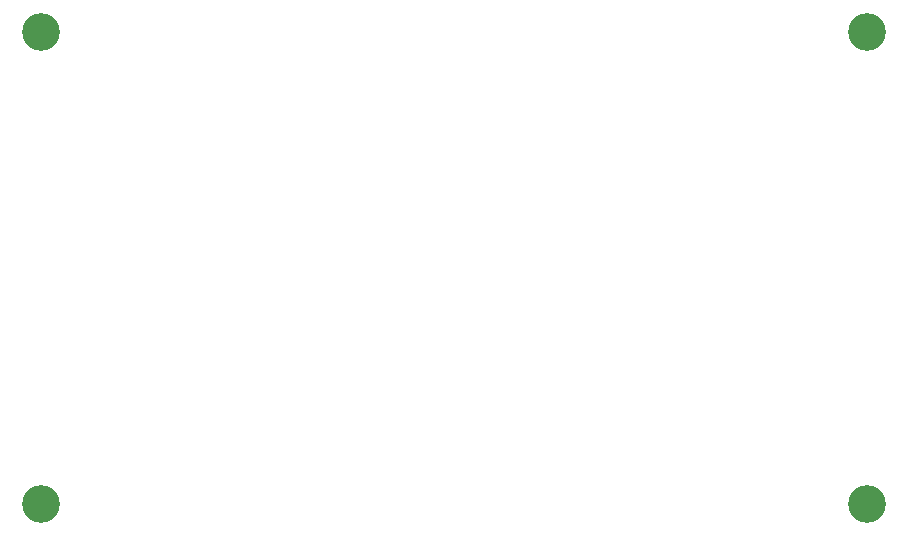
<source format=gbr>
%TF.GenerationSoftware,KiCad,Pcbnew,9.0.7*%
%TF.CreationDate,2026-02-19T01:58:27-08:00*%
%TF.ProjectId,matrix-driver,6d617472-6978-42d6-9472-697665722e6b,rev?*%
%TF.SameCoordinates,Original*%
%TF.FileFunction,Soldermask,Bot*%
%TF.FilePolarity,Negative*%
%FSLAX46Y46*%
G04 Gerber Fmt 4.6, Leading zero omitted, Abs format (unit mm)*
G04 Created by KiCad (PCBNEW 9.0.7) date 2026-02-19 01:58:27*
%MOMM*%
%LPD*%
G01*
G04 APERTURE LIST*
%ADD10C,3.200000*%
G04 APERTURE END LIST*
D10*
%TO.C,H4*%
X170000000Y-138000000D03*
%TD*%
%TO.C,H3*%
X100000000Y-138000000D03*
%TD*%
%TO.C,H2*%
X170000000Y-98000000D03*
%TD*%
%TO.C,H1*%
X100000000Y-98000000D03*
%TD*%
M02*

</source>
